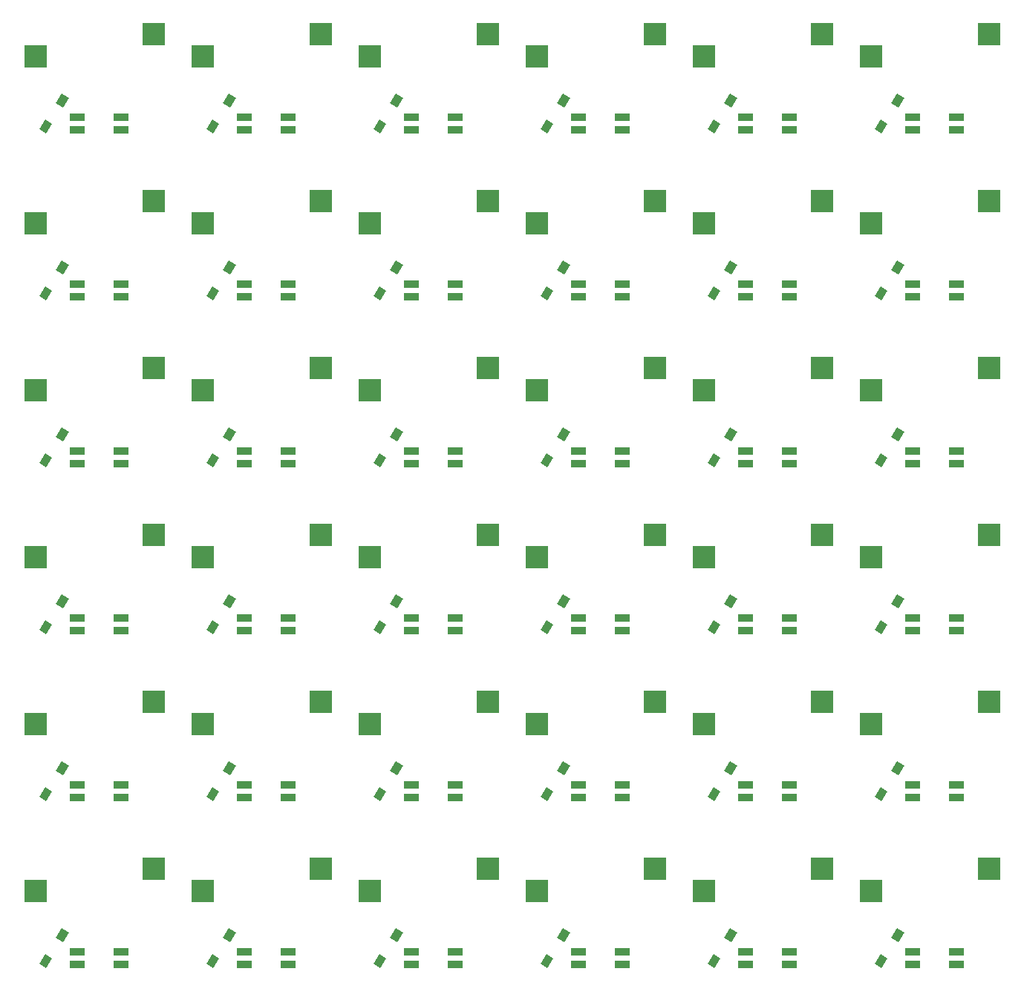
<source format=gbr>
%TF.GenerationSoftware,KiCad,Pcbnew,(5.99.0-2043-g129c16cf7)*%
%TF.CreationDate,2020-07-21T11:43:29+02:00*%
%TF.ProjectId,plate_6x6,706c6174-655f-4367-9836-2e6b69636164,rev?*%
%TF.SameCoordinates,Original*%
%TF.FileFunction,Paste,Bot*%
%TF.FilePolarity,Positive*%
%FSLAX46Y46*%
G04 Gerber Fmt 4.6, Leading zero omitted, Abs format (unit mm)*
G04 Created by KiCad (PCBNEW (5.99.0-2043-g129c16cf7)) date 2020-07-21 11:43:29*
%MOMM*%
%LPD*%
G01*
G04 APERTURE LIST*
%ADD10R,1.800000X0.820000*%
%ADD11R,2.550000X2.500000*%
G04 APERTURE END LIST*
%TO.C,SW8*%
G36*
X220246966Y-146810022D02*
G01*
X219445744Y-146299587D01*
X220144234Y-145203178D01*
X220945456Y-145713613D01*
X220246966Y-146810022D01*
G37*
G36*
X222154380Y-143815982D02*
G01*
X221353158Y-143305547D01*
X222051648Y-142209138D01*
X222852870Y-142719573D01*
X222154380Y-143815982D01*
G37*
D10*
X223828600Y-146408600D03*
X223828600Y-144908600D03*
X228828600Y-146408600D03*
X228828600Y-144908600D03*
D11*
X219055600Y-138026600D03*
X232505600Y-135486600D03*
%TD*%
%TO.C,SW8*%
G36*
X201196966Y-146810022D02*
G01*
X200395744Y-146299587D01*
X201094234Y-145203178D01*
X201895456Y-145713613D01*
X201196966Y-146810022D01*
G37*
G36*
X203104380Y-143815982D02*
G01*
X202303158Y-143305547D01*
X203001648Y-142209138D01*
X203802870Y-142719573D01*
X203104380Y-143815982D01*
G37*
D10*
X204778600Y-146408600D03*
X204778600Y-144908600D03*
X209778600Y-146408600D03*
X209778600Y-144908600D03*
D11*
X200005600Y-138026600D03*
X213455600Y-135486600D03*
%TD*%
%TO.C,SW8*%
G36*
X182146966Y-146810022D02*
G01*
X181345744Y-146299587D01*
X182044234Y-145203178D01*
X182845456Y-145713613D01*
X182146966Y-146810022D01*
G37*
G36*
X184054380Y-143815982D02*
G01*
X183253158Y-143305547D01*
X183951648Y-142209138D01*
X184752870Y-142719573D01*
X184054380Y-143815982D01*
G37*
D10*
X185728600Y-146408600D03*
X185728600Y-144908600D03*
X190728600Y-146408600D03*
X190728600Y-144908600D03*
D11*
X180955600Y-138026600D03*
X194405600Y-135486600D03*
%TD*%
%TO.C,SW8*%
G36*
X163096966Y-146810022D02*
G01*
X162295744Y-146299587D01*
X162994234Y-145203178D01*
X163795456Y-145713613D01*
X163096966Y-146810022D01*
G37*
G36*
X165004380Y-143815982D02*
G01*
X164203158Y-143305547D01*
X164901648Y-142209138D01*
X165702870Y-142719573D01*
X165004380Y-143815982D01*
G37*
D10*
X166678600Y-146408600D03*
X166678600Y-144908600D03*
X171678600Y-146408600D03*
X171678600Y-144908600D03*
D11*
X161905600Y-138026600D03*
X175355600Y-135486600D03*
%TD*%
%TO.C,SW8*%
G36*
X144046966Y-146810022D02*
G01*
X143245744Y-146299587D01*
X143944234Y-145203178D01*
X144745456Y-145713613D01*
X144046966Y-146810022D01*
G37*
G36*
X145954380Y-143815982D02*
G01*
X145153158Y-143305547D01*
X145851648Y-142209138D01*
X146652870Y-142719573D01*
X145954380Y-143815982D01*
G37*
D10*
X147628600Y-146408600D03*
X147628600Y-144908600D03*
X152628600Y-146408600D03*
X152628600Y-144908600D03*
D11*
X142855600Y-138026600D03*
X156305600Y-135486600D03*
%TD*%
%TO.C,SW8*%
G36*
X124996966Y-146810022D02*
G01*
X124195744Y-146299587D01*
X124894234Y-145203178D01*
X125695456Y-145713613D01*
X124996966Y-146810022D01*
G37*
G36*
X126904380Y-143815982D02*
G01*
X126103158Y-143305547D01*
X126801648Y-142209138D01*
X127602870Y-142719573D01*
X126904380Y-143815982D01*
G37*
D10*
X128578600Y-146408600D03*
X128578600Y-144908600D03*
X133578600Y-146408600D03*
X133578600Y-144908600D03*
D11*
X123805600Y-138026600D03*
X137255600Y-135486600D03*
%TD*%
%TO.C,SW8*%
G36*
X220246966Y-127760022D02*
G01*
X219445744Y-127249587D01*
X220144234Y-126153178D01*
X220945456Y-126663613D01*
X220246966Y-127760022D01*
G37*
G36*
X222154380Y-124765982D02*
G01*
X221353158Y-124255547D01*
X222051648Y-123159138D01*
X222852870Y-123669573D01*
X222154380Y-124765982D01*
G37*
D10*
X223828600Y-127358600D03*
X223828600Y-125858600D03*
X228828600Y-127358600D03*
X228828600Y-125858600D03*
D11*
X219055600Y-118976600D03*
X232505600Y-116436600D03*
%TD*%
%TO.C,SW8*%
G36*
X201196966Y-127760022D02*
G01*
X200395744Y-127249587D01*
X201094234Y-126153178D01*
X201895456Y-126663613D01*
X201196966Y-127760022D01*
G37*
G36*
X203104380Y-124765982D02*
G01*
X202303158Y-124255547D01*
X203001648Y-123159138D01*
X203802870Y-123669573D01*
X203104380Y-124765982D01*
G37*
D10*
X204778600Y-127358600D03*
X204778600Y-125858600D03*
X209778600Y-127358600D03*
X209778600Y-125858600D03*
D11*
X200005600Y-118976600D03*
X213455600Y-116436600D03*
%TD*%
%TO.C,SW8*%
G36*
X182146966Y-127760022D02*
G01*
X181345744Y-127249587D01*
X182044234Y-126153178D01*
X182845456Y-126663613D01*
X182146966Y-127760022D01*
G37*
G36*
X184054380Y-124765982D02*
G01*
X183253158Y-124255547D01*
X183951648Y-123159138D01*
X184752870Y-123669573D01*
X184054380Y-124765982D01*
G37*
D10*
X185728600Y-127358600D03*
X185728600Y-125858600D03*
X190728600Y-127358600D03*
X190728600Y-125858600D03*
D11*
X180955600Y-118976600D03*
X194405600Y-116436600D03*
%TD*%
%TO.C,SW8*%
G36*
X163096966Y-127760022D02*
G01*
X162295744Y-127249587D01*
X162994234Y-126153178D01*
X163795456Y-126663613D01*
X163096966Y-127760022D01*
G37*
G36*
X165004380Y-124765982D02*
G01*
X164203158Y-124255547D01*
X164901648Y-123159138D01*
X165702870Y-123669573D01*
X165004380Y-124765982D01*
G37*
D10*
X166678600Y-127358600D03*
X166678600Y-125858600D03*
X171678600Y-127358600D03*
X171678600Y-125858600D03*
D11*
X161905600Y-118976600D03*
X175355600Y-116436600D03*
%TD*%
%TO.C,SW8*%
G36*
X144046966Y-127760022D02*
G01*
X143245744Y-127249587D01*
X143944234Y-126153178D01*
X144745456Y-126663613D01*
X144046966Y-127760022D01*
G37*
G36*
X145954380Y-124765982D02*
G01*
X145153158Y-124255547D01*
X145851648Y-123159138D01*
X146652870Y-123669573D01*
X145954380Y-124765982D01*
G37*
D10*
X147628600Y-127358600D03*
X147628600Y-125858600D03*
X152628600Y-127358600D03*
X152628600Y-125858600D03*
D11*
X142855600Y-118976600D03*
X156305600Y-116436600D03*
%TD*%
%TO.C,SW8*%
G36*
X124996966Y-127760022D02*
G01*
X124195744Y-127249587D01*
X124894234Y-126153178D01*
X125695456Y-126663613D01*
X124996966Y-127760022D01*
G37*
G36*
X126904380Y-124765982D02*
G01*
X126103158Y-124255547D01*
X126801648Y-123159138D01*
X127602870Y-123669573D01*
X126904380Y-124765982D01*
G37*
D10*
X128578600Y-127358600D03*
X128578600Y-125858600D03*
X133578600Y-127358600D03*
X133578600Y-125858600D03*
D11*
X123805600Y-118976600D03*
X137255600Y-116436600D03*
%TD*%
%TO.C,SW8*%
G36*
X220246966Y-108710022D02*
G01*
X219445744Y-108199587D01*
X220144234Y-107103178D01*
X220945456Y-107613613D01*
X220246966Y-108710022D01*
G37*
G36*
X222154380Y-105715982D02*
G01*
X221353158Y-105205547D01*
X222051648Y-104109138D01*
X222852870Y-104619573D01*
X222154380Y-105715982D01*
G37*
D10*
X223828600Y-108308600D03*
X223828600Y-106808600D03*
X228828600Y-108308600D03*
X228828600Y-106808600D03*
D11*
X219055600Y-99926600D03*
X232505600Y-97386600D03*
%TD*%
%TO.C,SW8*%
G36*
X201196966Y-108710022D02*
G01*
X200395744Y-108199587D01*
X201094234Y-107103178D01*
X201895456Y-107613613D01*
X201196966Y-108710022D01*
G37*
G36*
X203104380Y-105715982D02*
G01*
X202303158Y-105205547D01*
X203001648Y-104109138D01*
X203802870Y-104619573D01*
X203104380Y-105715982D01*
G37*
D10*
X204778600Y-108308600D03*
X204778600Y-106808600D03*
X209778600Y-108308600D03*
X209778600Y-106808600D03*
D11*
X200005600Y-99926600D03*
X213455600Y-97386600D03*
%TD*%
%TO.C,SW8*%
G36*
X182146966Y-108710022D02*
G01*
X181345744Y-108199587D01*
X182044234Y-107103178D01*
X182845456Y-107613613D01*
X182146966Y-108710022D01*
G37*
G36*
X184054380Y-105715982D02*
G01*
X183253158Y-105205547D01*
X183951648Y-104109138D01*
X184752870Y-104619573D01*
X184054380Y-105715982D01*
G37*
D10*
X185728600Y-108308600D03*
X185728600Y-106808600D03*
X190728600Y-108308600D03*
X190728600Y-106808600D03*
D11*
X180955600Y-99926600D03*
X194405600Y-97386600D03*
%TD*%
%TO.C,SW8*%
G36*
X163096966Y-108710022D02*
G01*
X162295744Y-108199587D01*
X162994234Y-107103178D01*
X163795456Y-107613613D01*
X163096966Y-108710022D01*
G37*
G36*
X165004380Y-105715982D02*
G01*
X164203158Y-105205547D01*
X164901648Y-104109138D01*
X165702870Y-104619573D01*
X165004380Y-105715982D01*
G37*
D10*
X166678600Y-108308600D03*
X166678600Y-106808600D03*
X171678600Y-108308600D03*
X171678600Y-106808600D03*
D11*
X161905600Y-99926600D03*
X175355600Y-97386600D03*
%TD*%
%TO.C,SW8*%
G36*
X144046966Y-108710022D02*
G01*
X143245744Y-108199587D01*
X143944234Y-107103178D01*
X144745456Y-107613613D01*
X144046966Y-108710022D01*
G37*
G36*
X145954380Y-105715982D02*
G01*
X145153158Y-105205547D01*
X145851648Y-104109138D01*
X146652870Y-104619573D01*
X145954380Y-105715982D01*
G37*
D10*
X147628600Y-108308600D03*
X147628600Y-106808600D03*
X152628600Y-108308600D03*
X152628600Y-106808600D03*
D11*
X142855600Y-99926600D03*
X156305600Y-97386600D03*
%TD*%
%TO.C,SW8*%
G36*
X124996966Y-108710022D02*
G01*
X124195744Y-108199587D01*
X124894234Y-107103178D01*
X125695456Y-107613613D01*
X124996966Y-108710022D01*
G37*
G36*
X126904380Y-105715982D02*
G01*
X126103158Y-105205547D01*
X126801648Y-104109138D01*
X127602870Y-104619573D01*
X126904380Y-105715982D01*
G37*
D10*
X128578600Y-108308600D03*
X128578600Y-106808600D03*
X133578600Y-108308600D03*
X133578600Y-106808600D03*
D11*
X123805600Y-99926600D03*
X137255600Y-97386600D03*
%TD*%
%TO.C,SW8*%
G36*
X220246966Y-89660022D02*
G01*
X219445744Y-89149587D01*
X220144234Y-88053178D01*
X220945456Y-88563613D01*
X220246966Y-89660022D01*
G37*
G36*
X222154380Y-86665982D02*
G01*
X221353158Y-86155547D01*
X222051648Y-85059138D01*
X222852870Y-85569573D01*
X222154380Y-86665982D01*
G37*
D10*
X223828600Y-89258600D03*
X223828600Y-87758600D03*
X228828600Y-89258600D03*
X228828600Y-87758600D03*
D11*
X219055600Y-80876600D03*
X232505600Y-78336600D03*
%TD*%
%TO.C,SW8*%
G36*
X201196966Y-89660022D02*
G01*
X200395744Y-89149587D01*
X201094234Y-88053178D01*
X201895456Y-88563613D01*
X201196966Y-89660022D01*
G37*
G36*
X203104380Y-86665982D02*
G01*
X202303158Y-86155547D01*
X203001648Y-85059138D01*
X203802870Y-85569573D01*
X203104380Y-86665982D01*
G37*
D10*
X204778600Y-89258600D03*
X204778600Y-87758600D03*
X209778600Y-89258600D03*
X209778600Y-87758600D03*
D11*
X200005600Y-80876600D03*
X213455600Y-78336600D03*
%TD*%
%TO.C,SW8*%
G36*
X182146966Y-89660022D02*
G01*
X181345744Y-89149587D01*
X182044234Y-88053178D01*
X182845456Y-88563613D01*
X182146966Y-89660022D01*
G37*
G36*
X184054380Y-86665982D02*
G01*
X183253158Y-86155547D01*
X183951648Y-85059138D01*
X184752870Y-85569573D01*
X184054380Y-86665982D01*
G37*
D10*
X185728600Y-89258600D03*
X185728600Y-87758600D03*
X190728600Y-89258600D03*
X190728600Y-87758600D03*
D11*
X180955600Y-80876600D03*
X194405600Y-78336600D03*
%TD*%
%TO.C,SW8*%
G36*
X163096966Y-89660022D02*
G01*
X162295744Y-89149587D01*
X162994234Y-88053178D01*
X163795456Y-88563613D01*
X163096966Y-89660022D01*
G37*
G36*
X165004380Y-86665982D02*
G01*
X164203158Y-86155547D01*
X164901648Y-85059138D01*
X165702870Y-85569573D01*
X165004380Y-86665982D01*
G37*
D10*
X166678600Y-89258600D03*
X166678600Y-87758600D03*
X171678600Y-89258600D03*
X171678600Y-87758600D03*
D11*
X161905600Y-80876600D03*
X175355600Y-78336600D03*
%TD*%
%TO.C,SW8*%
G36*
X144046966Y-89660022D02*
G01*
X143245744Y-89149587D01*
X143944234Y-88053178D01*
X144745456Y-88563613D01*
X144046966Y-89660022D01*
G37*
G36*
X145954380Y-86665982D02*
G01*
X145153158Y-86155547D01*
X145851648Y-85059138D01*
X146652870Y-85569573D01*
X145954380Y-86665982D01*
G37*
D10*
X147628600Y-89258600D03*
X147628600Y-87758600D03*
X152628600Y-89258600D03*
X152628600Y-87758600D03*
D11*
X142855600Y-80876600D03*
X156305600Y-78336600D03*
%TD*%
%TO.C,SW8*%
G36*
X124996966Y-89660022D02*
G01*
X124195744Y-89149587D01*
X124894234Y-88053178D01*
X125695456Y-88563613D01*
X124996966Y-89660022D01*
G37*
G36*
X126904380Y-86665982D02*
G01*
X126103158Y-86155547D01*
X126801648Y-85059138D01*
X127602870Y-85569573D01*
X126904380Y-86665982D01*
G37*
D10*
X128578600Y-89258600D03*
X128578600Y-87758600D03*
X133578600Y-89258600D03*
X133578600Y-87758600D03*
D11*
X123805600Y-80876600D03*
X137255600Y-78336600D03*
%TD*%
%TO.C,SW8*%
G36*
X220246966Y-70610022D02*
G01*
X219445744Y-70099587D01*
X220144234Y-69003178D01*
X220945456Y-69513613D01*
X220246966Y-70610022D01*
G37*
G36*
X222154380Y-67615982D02*
G01*
X221353158Y-67105547D01*
X222051648Y-66009138D01*
X222852870Y-66519573D01*
X222154380Y-67615982D01*
G37*
D10*
X223828600Y-70208600D03*
X223828600Y-68708600D03*
X228828600Y-70208600D03*
X228828600Y-68708600D03*
D11*
X219055600Y-61826600D03*
X232505600Y-59286600D03*
%TD*%
%TO.C,SW8*%
G36*
X201196966Y-70610022D02*
G01*
X200395744Y-70099587D01*
X201094234Y-69003178D01*
X201895456Y-69513613D01*
X201196966Y-70610022D01*
G37*
G36*
X203104380Y-67615982D02*
G01*
X202303158Y-67105547D01*
X203001648Y-66009138D01*
X203802870Y-66519573D01*
X203104380Y-67615982D01*
G37*
D10*
X204778600Y-70208600D03*
X204778600Y-68708600D03*
X209778600Y-70208600D03*
X209778600Y-68708600D03*
D11*
X200005600Y-61826600D03*
X213455600Y-59286600D03*
%TD*%
%TO.C,SW8*%
G36*
X182146966Y-70610022D02*
G01*
X181345744Y-70099587D01*
X182044234Y-69003178D01*
X182845456Y-69513613D01*
X182146966Y-70610022D01*
G37*
G36*
X184054380Y-67615982D02*
G01*
X183253158Y-67105547D01*
X183951648Y-66009138D01*
X184752870Y-66519573D01*
X184054380Y-67615982D01*
G37*
D10*
X185728600Y-70208600D03*
X185728600Y-68708600D03*
X190728600Y-70208600D03*
X190728600Y-68708600D03*
D11*
X180955600Y-61826600D03*
X194405600Y-59286600D03*
%TD*%
%TO.C,SW8*%
G36*
X163096966Y-70610022D02*
G01*
X162295744Y-70099587D01*
X162994234Y-69003178D01*
X163795456Y-69513613D01*
X163096966Y-70610022D01*
G37*
G36*
X165004380Y-67615982D02*
G01*
X164203158Y-67105547D01*
X164901648Y-66009138D01*
X165702870Y-66519573D01*
X165004380Y-67615982D01*
G37*
D10*
X166678600Y-70208600D03*
X166678600Y-68708600D03*
X171678600Y-70208600D03*
X171678600Y-68708600D03*
D11*
X161905600Y-61826600D03*
X175355600Y-59286600D03*
%TD*%
%TO.C,SW8*%
G36*
X144046966Y-70610022D02*
G01*
X143245744Y-70099587D01*
X143944234Y-69003178D01*
X144745456Y-69513613D01*
X144046966Y-70610022D01*
G37*
G36*
X145954380Y-67615982D02*
G01*
X145153158Y-67105547D01*
X145851648Y-66009138D01*
X146652870Y-66519573D01*
X145954380Y-67615982D01*
G37*
D10*
X147628600Y-70208600D03*
X147628600Y-68708600D03*
X152628600Y-70208600D03*
X152628600Y-68708600D03*
D11*
X142855600Y-61826600D03*
X156305600Y-59286600D03*
%TD*%
%TO.C,SW8*%
G36*
X124996966Y-70610022D02*
G01*
X124195744Y-70099587D01*
X124894234Y-69003178D01*
X125695456Y-69513613D01*
X124996966Y-70610022D01*
G37*
G36*
X126904380Y-67615982D02*
G01*
X126103158Y-67105547D01*
X126801648Y-66009138D01*
X127602870Y-66519573D01*
X126904380Y-67615982D01*
G37*
D10*
X128578600Y-70208600D03*
X128578600Y-68708600D03*
X133578600Y-70208600D03*
X133578600Y-68708600D03*
D11*
X123805600Y-61826600D03*
X137255600Y-59286600D03*
%TD*%
%TO.C,SW8*%
G36*
X220246966Y-51560022D02*
G01*
X219445744Y-51049587D01*
X220144234Y-49953178D01*
X220945456Y-50463613D01*
X220246966Y-51560022D01*
G37*
G36*
X222154380Y-48565982D02*
G01*
X221353158Y-48055547D01*
X222051648Y-46959138D01*
X222852870Y-47469573D01*
X222154380Y-48565982D01*
G37*
D10*
X223828600Y-51158600D03*
X223828600Y-49658600D03*
X228828600Y-51158600D03*
X228828600Y-49658600D03*
D11*
X219055600Y-42776600D03*
X232505600Y-40236600D03*
%TD*%
%TO.C,SW8*%
G36*
X201196966Y-51560022D02*
G01*
X200395744Y-51049587D01*
X201094234Y-49953178D01*
X201895456Y-50463613D01*
X201196966Y-51560022D01*
G37*
G36*
X203104380Y-48565982D02*
G01*
X202303158Y-48055547D01*
X203001648Y-46959138D01*
X203802870Y-47469573D01*
X203104380Y-48565982D01*
G37*
D10*
X204778600Y-51158600D03*
X204778600Y-49658600D03*
X209778600Y-51158600D03*
X209778600Y-49658600D03*
D11*
X200005600Y-42776600D03*
X213455600Y-40236600D03*
%TD*%
%TO.C,SW8*%
G36*
X182146966Y-51560022D02*
G01*
X181345744Y-51049587D01*
X182044234Y-49953178D01*
X182845456Y-50463613D01*
X182146966Y-51560022D01*
G37*
G36*
X184054380Y-48565982D02*
G01*
X183253158Y-48055547D01*
X183951648Y-46959138D01*
X184752870Y-47469573D01*
X184054380Y-48565982D01*
G37*
D10*
X185728600Y-51158600D03*
X185728600Y-49658600D03*
X190728600Y-51158600D03*
X190728600Y-49658600D03*
D11*
X180955600Y-42776600D03*
X194405600Y-40236600D03*
%TD*%
%TO.C,SW8*%
G36*
X163096966Y-51560022D02*
G01*
X162295744Y-51049587D01*
X162994234Y-49953178D01*
X163795456Y-50463613D01*
X163096966Y-51560022D01*
G37*
G36*
X165004380Y-48565982D02*
G01*
X164203158Y-48055547D01*
X164901648Y-46959138D01*
X165702870Y-47469573D01*
X165004380Y-48565982D01*
G37*
D10*
X166678600Y-51158600D03*
X166678600Y-49658600D03*
X171678600Y-51158600D03*
X171678600Y-49658600D03*
D11*
X161905600Y-42776600D03*
X175355600Y-40236600D03*
%TD*%
%TO.C,SW8*%
G36*
X144046966Y-51560022D02*
G01*
X143245744Y-51049587D01*
X143944234Y-49953178D01*
X144745456Y-50463613D01*
X144046966Y-51560022D01*
G37*
G36*
X145954380Y-48565982D02*
G01*
X145153158Y-48055547D01*
X145851648Y-46959138D01*
X146652870Y-47469573D01*
X145954380Y-48565982D01*
G37*
D10*
X147628600Y-51158600D03*
X147628600Y-49658600D03*
X152628600Y-51158600D03*
X152628600Y-49658600D03*
D11*
X142855600Y-42776600D03*
X156305600Y-40236600D03*
%TD*%
%TO.C,SW8*%
X137255600Y-40236600D03*
X123805600Y-42776600D03*
D10*
X133578600Y-49658600D03*
X133578600Y-51158600D03*
X128578600Y-49658600D03*
X128578600Y-51158600D03*
G36*
X126904380Y-48565982D02*
G01*
X126103158Y-48055547D01*
X126801648Y-46959138D01*
X127602870Y-47469573D01*
X126904380Y-48565982D01*
G37*
G36*
X124996966Y-51560022D02*
G01*
X124195744Y-51049587D01*
X124894234Y-49953178D01*
X125695456Y-50463613D01*
X124996966Y-51560022D01*
G37*
%TD*%
M02*

</source>
